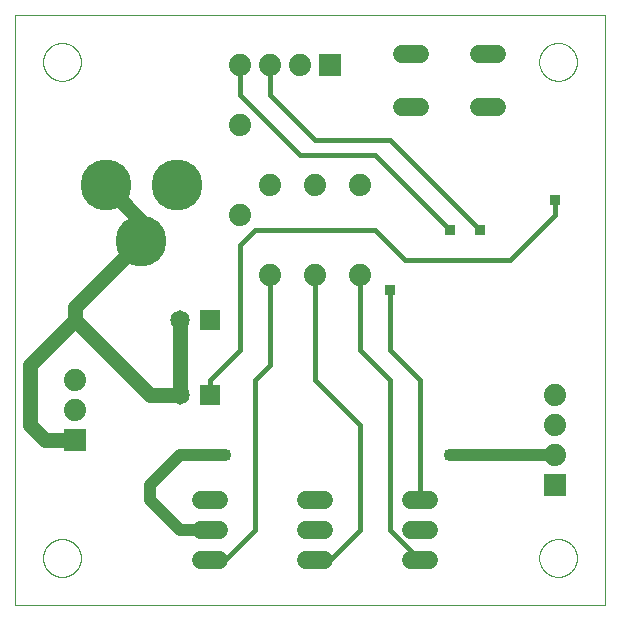
<source format=gbl>
G75*
%MOIN*%
%OFA0B0*%
%FSLAX25Y25*%
%IPPOS*%
%LPD*%
%AMOC8*
5,1,8,0,0,1.08239X$1,22.5*
%
%ADD10C,0.00000*%
%ADD11R,0.06500X0.06500*%
%ADD12C,0.06500*%
%ADD13C,0.17000*%
%ADD14R,0.07400X0.07400*%
%ADD15C,0.07400*%
%ADD16C,0.06000*%
%ADD17C,0.05000*%
%ADD18R,0.03562X0.03562*%
%ADD19C,0.01600*%
%ADD20C,0.04000*%
D10*
X0005000Y0001000D02*
X0005000Y0197850D01*
X0201850Y0197850D01*
X0201850Y0001000D01*
X0005000Y0001000D01*
X0014449Y0016748D02*
X0014451Y0016906D01*
X0014457Y0017064D01*
X0014467Y0017222D01*
X0014481Y0017380D01*
X0014499Y0017537D01*
X0014520Y0017694D01*
X0014546Y0017850D01*
X0014576Y0018006D01*
X0014609Y0018161D01*
X0014647Y0018314D01*
X0014688Y0018467D01*
X0014733Y0018619D01*
X0014782Y0018770D01*
X0014835Y0018919D01*
X0014891Y0019067D01*
X0014951Y0019213D01*
X0015015Y0019358D01*
X0015083Y0019501D01*
X0015154Y0019643D01*
X0015228Y0019783D01*
X0015306Y0019920D01*
X0015388Y0020056D01*
X0015472Y0020190D01*
X0015561Y0020321D01*
X0015652Y0020450D01*
X0015747Y0020577D01*
X0015844Y0020702D01*
X0015945Y0020824D01*
X0016049Y0020943D01*
X0016156Y0021060D01*
X0016266Y0021174D01*
X0016379Y0021285D01*
X0016494Y0021394D01*
X0016612Y0021499D01*
X0016733Y0021601D01*
X0016856Y0021701D01*
X0016982Y0021797D01*
X0017110Y0021890D01*
X0017240Y0021980D01*
X0017373Y0022066D01*
X0017508Y0022150D01*
X0017644Y0022229D01*
X0017783Y0022306D01*
X0017924Y0022378D01*
X0018066Y0022448D01*
X0018210Y0022513D01*
X0018356Y0022575D01*
X0018503Y0022633D01*
X0018652Y0022688D01*
X0018802Y0022739D01*
X0018953Y0022786D01*
X0019105Y0022829D01*
X0019258Y0022868D01*
X0019413Y0022904D01*
X0019568Y0022935D01*
X0019724Y0022963D01*
X0019880Y0022987D01*
X0020037Y0023007D01*
X0020195Y0023023D01*
X0020352Y0023035D01*
X0020511Y0023043D01*
X0020669Y0023047D01*
X0020827Y0023047D01*
X0020985Y0023043D01*
X0021144Y0023035D01*
X0021301Y0023023D01*
X0021459Y0023007D01*
X0021616Y0022987D01*
X0021772Y0022963D01*
X0021928Y0022935D01*
X0022083Y0022904D01*
X0022238Y0022868D01*
X0022391Y0022829D01*
X0022543Y0022786D01*
X0022694Y0022739D01*
X0022844Y0022688D01*
X0022993Y0022633D01*
X0023140Y0022575D01*
X0023286Y0022513D01*
X0023430Y0022448D01*
X0023572Y0022378D01*
X0023713Y0022306D01*
X0023852Y0022229D01*
X0023988Y0022150D01*
X0024123Y0022066D01*
X0024256Y0021980D01*
X0024386Y0021890D01*
X0024514Y0021797D01*
X0024640Y0021701D01*
X0024763Y0021601D01*
X0024884Y0021499D01*
X0025002Y0021394D01*
X0025117Y0021285D01*
X0025230Y0021174D01*
X0025340Y0021060D01*
X0025447Y0020943D01*
X0025551Y0020824D01*
X0025652Y0020702D01*
X0025749Y0020577D01*
X0025844Y0020450D01*
X0025935Y0020321D01*
X0026024Y0020190D01*
X0026108Y0020056D01*
X0026190Y0019920D01*
X0026268Y0019783D01*
X0026342Y0019643D01*
X0026413Y0019501D01*
X0026481Y0019358D01*
X0026545Y0019213D01*
X0026605Y0019067D01*
X0026661Y0018919D01*
X0026714Y0018770D01*
X0026763Y0018619D01*
X0026808Y0018467D01*
X0026849Y0018314D01*
X0026887Y0018161D01*
X0026920Y0018006D01*
X0026950Y0017850D01*
X0026976Y0017694D01*
X0026997Y0017537D01*
X0027015Y0017380D01*
X0027029Y0017222D01*
X0027039Y0017064D01*
X0027045Y0016906D01*
X0027047Y0016748D01*
X0027045Y0016590D01*
X0027039Y0016432D01*
X0027029Y0016274D01*
X0027015Y0016116D01*
X0026997Y0015959D01*
X0026976Y0015802D01*
X0026950Y0015646D01*
X0026920Y0015490D01*
X0026887Y0015335D01*
X0026849Y0015182D01*
X0026808Y0015029D01*
X0026763Y0014877D01*
X0026714Y0014726D01*
X0026661Y0014577D01*
X0026605Y0014429D01*
X0026545Y0014283D01*
X0026481Y0014138D01*
X0026413Y0013995D01*
X0026342Y0013853D01*
X0026268Y0013713D01*
X0026190Y0013576D01*
X0026108Y0013440D01*
X0026024Y0013306D01*
X0025935Y0013175D01*
X0025844Y0013046D01*
X0025749Y0012919D01*
X0025652Y0012794D01*
X0025551Y0012672D01*
X0025447Y0012553D01*
X0025340Y0012436D01*
X0025230Y0012322D01*
X0025117Y0012211D01*
X0025002Y0012102D01*
X0024884Y0011997D01*
X0024763Y0011895D01*
X0024640Y0011795D01*
X0024514Y0011699D01*
X0024386Y0011606D01*
X0024256Y0011516D01*
X0024123Y0011430D01*
X0023988Y0011346D01*
X0023852Y0011267D01*
X0023713Y0011190D01*
X0023572Y0011118D01*
X0023430Y0011048D01*
X0023286Y0010983D01*
X0023140Y0010921D01*
X0022993Y0010863D01*
X0022844Y0010808D01*
X0022694Y0010757D01*
X0022543Y0010710D01*
X0022391Y0010667D01*
X0022238Y0010628D01*
X0022083Y0010592D01*
X0021928Y0010561D01*
X0021772Y0010533D01*
X0021616Y0010509D01*
X0021459Y0010489D01*
X0021301Y0010473D01*
X0021144Y0010461D01*
X0020985Y0010453D01*
X0020827Y0010449D01*
X0020669Y0010449D01*
X0020511Y0010453D01*
X0020352Y0010461D01*
X0020195Y0010473D01*
X0020037Y0010489D01*
X0019880Y0010509D01*
X0019724Y0010533D01*
X0019568Y0010561D01*
X0019413Y0010592D01*
X0019258Y0010628D01*
X0019105Y0010667D01*
X0018953Y0010710D01*
X0018802Y0010757D01*
X0018652Y0010808D01*
X0018503Y0010863D01*
X0018356Y0010921D01*
X0018210Y0010983D01*
X0018066Y0011048D01*
X0017924Y0011118D01*
X0017783Y0011190D01*
X0017644Y0011267D01*
X0017508Y0011346D01*
X0017373Y0011430D01*
X0017240Y0011516D01*
X0017110Y0011606D01*
X0016982Y0011699D01*
X0016856Y0011795D01*
X0016733Y0011895D01*
X0016612Y0011997D01*
X0016494Y0012102D01*
X0016379Y0012211D01*
X0016266Y0012322D01*
X0016156Y0012436D01*
X0016049Y0012553D01*
X0015945Y0012672D01*
X0015844Y0012794D01*
X0015747Y0012919D01*
X0015652Y0013046D01*
X0015561Y0013175D01*
X0015472Y0013306D01*
X0015388Y0013440D01*
X0015306Y0013576D01*
X0015228Y0013713D01*
X0015154Y0013853D01*
X0015083Y0013995D01*
X0015015Y0014138D01*
X0014951Y0014283D01*
X0014891Y0014429D01*
X0014835Y0014577D01*
X0014782Y0014726D01*
X0014733Y0014877D01*
X0014688Y0015029D01*
X0014647Y0015182D01*
X0014609Y0015335D01*
X0014576Y0015490D01*
X0014546Y0015646D01*
X0014520Y0015802D01*
X0014499Y0015959D01*
X0014481Y0016116D01*
X0014467Y0016274D01*
X0014457Y0016432D01*
X0014451Y0016590D01*
X0014449Y0016748D01*
X0179803Y0016748D02*
X0179805Y0016906D01*
X0179811Y0017064D01*
X0179821Y0017222D01*
X0179835Y0017380D01*
X0179853Y0017537D01*
X0179874Y0017694D01*
X0179900Y0017850D01*
X0179930Y0018006D01*
X0179963Y0018161D01*
X0180001Y0018314D01*
X0180042Y0018467D01*
X0180087Y0018619D01*
X0180136Y0018770D01*
X0180189Y0018919D01*
X0180245Y0019067D01*
X0180305Y0019213D01*
X0180369Y0019358D01*
X0180437Y0019501D01*
X0180508Y0019643D01*
X0180582Y0019783D01*
X0180660Y0019920D01*
X0180742Y0020056D01*
X0180826Y0020190D01*
X0180915Y0020321D01*
X0181006Y0020450D01*
X0181101Y0020577D01*
X0181198Y0020702D01*
X0181299Y0020824D01*
X0181403Y0020943D01*
X0181510Y0021060D01*
X0181620Y0021174D01*
X0181733Y0021285D01*
X0181848Y0021394D01*
X0181966Y0021499D01*
X0182087Y0021601D01*
X0182210Y0021701D01*
X0182336Y0021797D01*
X0182464Y0021890D01*
X0182594Y0021980D01*
X0182727Y0022066D01*
X0182862Y0022150D01*
X0182998Y0022229D01*
X0183137Y0022306D01*
X0183278Y0022378D01*
X0183420Y0022448D01*
X0183564Y0022513D01*
X0183710Y0022575D01*
X0183857Y0022633D01*
X0184006Y0022688D01*
X0184156Y0022739D01*
X0184307Y0022786D01*
X0184459Y0022829D01*
X0184612Y0022868D01*
X0184767Y0022904D01*
X0184922Y0022935D01*
X0185078Y0022963D01*
X0185234Y0022987D01*
X0185391Y0023007D01*
X0185549Y0023023D01*
X0185706Y0023035D01*
X0185865Y0023043D01*
X0186023Y0023047D01*
X0186181Y0023047D01*
X0186339Y0023043D01*
X0186498Y0023035D01*
X0186655Y0023023D01*
X0186813Y0023007D01*
X0186970Y0022987D01*
X0187126Y0022963D01*
X0187282Y0022935D01*
X0187437Y0022904D01*
X0187592Y0022868D01*
X0187745Y0022829D01*
X0187897Y0022786D01*
X0188048Y0022739D01*
X0188198Y0022688D01*
X0188347Y0022633D01*
X0188494Y0022575D01*
X0188640Y0022513D01*
X0188784Y0022448D01*
X0188926Y0022378D01*
X0189067Y0022306D01*
X0189206Y0022229D01*
X0189342Y0022150D01*
X0189477Y0022066D01*
X0189610Y0021980D01*
X0189740Y0021890D01*
X0189868Y0021797D01*
X0189994Y0021701D01*
X0190117Y0021601D01*
X0190238Y0021499D01*
X0190356Y0021394D01*
X0190471Y0021285D01*
X0190584Y0021174D01*
X0190694Y0021060D01*
X0190801Y0020943D01*
X0190905Y0020824D01*
X0191006Y0020702D01*
X0191103Y0020577D01*
X0191198Y0020450D01*
X0191289Y0020321D01*
X0191378Y0020190D01*
X0191462Y0020056D01*
X0191544Y0019920D01*
X0191622Y0019783D01*
X0191696Y0019643D01*
X0191767Y0019501D01*
X0191835Y0019358D01*
X0191899Y0019213D01*
X0191959Y0019067D01*
X0192015Y0018919D01*
X0192068Y0018770D01*
X0192117Y0018619D01*
X0192162Y0018467D01*
X0192203Y0018314D01*
X0192241Y0018161D01*
X0192274Y0018006D01*
X0192304Y0017850D01*
X0192330Y0017694D01*
X0192351Y0017537D01*
X0192369Y0017380D01*
X0192383Y0017222D01*
X0192393Y0017064D01*
X0192399Y0016906D01*
X0192401Y0016748D01*
X0192399Y0016590D01*
X0192393Y0016432D01*
X0192383Y0016274D01*
X0192369Y0016116D01*
X0192351Y0015959D01*
X0192330Y0015802D01*
X0192304Y0015646D01*
X0192274Y0015490D01*
X0192241Y0015335D01*
X0192203Y0015182D01*
X0192162Y0015029D01*
X0192117Y0014877D01*
X0192068Y0014726D01*
X0192015Y0014577D01*
X0191959Y0014429D01*
X0191899Y0014283D01*
X0191835Y0014138D01*
X0191767Y0013995D01*
X0191696Y0013853D01*
X0191622Y0013713D01*
X0191544Y0013576D01*
X0191462Y0013440D01*
X0191378Y0013306D01*
X0191289Y0013175D01*
X0191198Y0013046D01*
X0191103Y0012919D01*
X0191006Y0012794D01*
X0190905Y0012672D01*
X0190801Y0012553D01*
X0190694Y0012436D01*
X0190584Y0012322D01*
X0190471Y0012211D01*
X0190356Y0012102D01*
X0190238Y0011997D01*
X0190117Y0011895D01*
X0189994Y0011795D01*
X0189868Y0011699D01*
X0189740Y0011606D01*
X0189610Y0011516D01*
X0189477Y0011430D01*
X0189342Y0011346D01*
X0189206Y0011267D01*
X0189067Y0011190D01*
X0188926Y0011118D01*
X0188784Y0011048D01*
X0188640Y0010983D01*
X0188494Y0010921D01*
X0188347Y0010863D01*
X0188198Y0010808D01*
X0188048Y0010757D01*
X0187897Y0010710D01*
X0187745Y0010667D01*
X0187592Y0010628D01*
X0187437Y0010592D01*
X0187282Y0010561D01*
X0187126Y0010533D01*
X0186970Y0010509D01*
X0186813Y0010489D01*
X0186655Y0010473D01*
X0186498Y0010461D01*
X0186339Y0010453D01*
X0186181Y0010449D01*
X0186023Y0010449D01*
X0185865Y0010453D01*
X0185706Y0010461D01*
X0185549Y0010473D01*
X0185391Y0010489D01*
X0185234Y0010509D01*
X0185078Y0010533D01*
X0184922Y0010561D01*
X0184767Y0010592D01*
X0184612Y0010628D01*
X0184459Y0010667D01*
X0184307Y0010710D01*
X0184156Y0010757D01*
X0184006Y0010808D01*
X0183857Y0010863D01*
X0183710Y0010921D01*
X0183564Y0010983D01*
X0183420Y0011048D01*
X0183278Y0011118D01*
X0183137Y0011190D01*
X0182998Y0011267D01*
X0182862Y0011346D01*
X0182727Y0011430D01*
X0182594Y0011516D01*
X0182464Y0011606D01*
X0182336Y0011699D01*
X0182210Y0011795D01*
X0182087Y0011895D01*
X0181966Y0011997D01*
X0181848Y0012102D01*
X0181733Y0012211D01*
X0181620Y0012322D01*
X0181510Y0012436D01*
X0181403Y0012553D01*
X0181299Y0012672D01*
X0181198Y0012794D01*
X0181101Y0012919D01*
X0181006Y0013046D01*
X0180915Y0013175D01*
X0180826Y0013306D01*
X0180742Y0013440D01*
X0180660Y0013576D01*
X0180582Y0013713D01*
X0180508Y0013853D01*
X0180437Y0013995D01*
X0180369Y0014138D01*
X0180305Y0014283D01*
X0180245Y0014429D01*
X0180189Y0014577D01*
X0180136Y0014726D01*
X0180087Y0014877D01*
X0180042Y0015029D01*
X0180001Y0015182D01*
X0179963Y0015335D01*
X0179930Y0015490D01*
X0179900Y0015646D01*
X0179874Y0015802D01*
X0179853Y0015959D01*
X0179835Y0016116D01*
X0179821Y0016274D01*
X0179811Y0016432D01*
X0179805Y0016590D01*
X0179803Y0016748D01*
X0179803Y0182102D02*
X0179805Y0182260D01*
X0179811Y0182418D01*
X0179821Y0182576D01*
X0179835Y0182734D01*
X0179853Y0182891D01*
X0179874Y0183048D01*
X0179900Y0183204D01*
X0179930Y0183360D01*
X0179963Y0183515D01*
X0180001Y0183668D01*
X0180042Y0183821D01*
X0180087Y0183973D01*
X0180136Y0184124D01*
X0180189Y0184273D01*
X0180245Y0184421D01*
X0180305Y0184567D01*
X0180369Y0184712D01*
X0180437Y0184855D01*
X0180508Y0184997D01*
X0180582Y0185137D01*
X0180660Y0185274D01*
X0180742Y0185410D01*
X0180826Y0185544D01*
X0180915Y0185675D01*
X0181006Y0185804D01*
X0181101Y0185931D01*
X0181198Y0186056D01*
X0181299Y0186178D01*
X0181403Y0186297D01*
X0181510Y0186414D01*
X0181620Y0186528D01*
X0181733Y0186639D01*
X0181848Y0186748D01*
X0181966Y0186853D01*
X0182087Y0186955D01*
X0182210Y0187055D01*
X0182336Y0187151D01*
X0182464Y0187244D01*
X0182594Y0187334D01*
X0182727Y0187420D01*
X0182862Y0187504D01*
X0182998Y0187583D01*
X0183137Y0187660D01*
X0183278Y0187732D01*
X0183420Y0187802D01*
X0183564Y0187867D01*
X0183710Y0187929D01*
X0183857Y0187987D01*
X0184006Y0188042D01*
X0184156Y0188093D01*
X0184307Y0188140D01*
X0184459Y0188183D01*
X0184612Y0188222D01*
X0184767Y0188258D01*
X0184922Y0188289D01*
X0185078Y0188317D01*
X0185234Y0188341D01*
X0185391Y0188361D01*
X0185549Y0188377D01*
X0185706Y0188389D01*
X0185865Y0188397D01*
X0186023Y0188401D01*
X0186181Y0188401D01*
X0186339Y0188397D01*
X0186498Y0188389D01*
X0186655Y0188377D01*
X0186813Y0188361D01*
X0186970Y0188341D01*
X0187126Y0188317D01*
X0187282Y0188289D01*
X0187437Y0188258D01*
X0187592Y0188222D01*
X0187745Y0188183D01*
X0187897Y0188140D01*
X0188048Y0188093D01*
X0188198Y0188042D01*
X0188347Y0187987D01*
X0188494Y0187929D01*
X0188640Y0187867D01*
X0188784Y0187802D01*
X0188926Y0187732D01*
X0189067Y0187660D01*
X0189206Y0187583D01*
X0189342Y0187504D01*
X0189477Y0187420D01*
X0189610Y0187334D01*
X0189740Y0187244D01*
X0189868Y0187151D01*
X0189994Y0187055D01*
X0190117Y0186955D01*
X0190238Y0186853D01*
X0190356Y0186748D01*
X0190471Y0186639D01*
X0190584Y0186528D01*
X0190694Y0186414D01*
X0190801Y0186297D01*
X0190905Y0186178D01*
X0191006Y0186056D01*
X0191103Y0185931D01*
X0191198Y0185804D01*
X0191289Y0185675D01*
X0191378Y0185544D01*
X0191462Y0185410D01*
X0191544Y0185274D01*
X0191622Y0185137D01*
X0191696Y0184997D01*
X0191767Y0184855D01*
X0191835Y0184712D01*
X0191899Y0184567D01*
X0191959Y0184421D01*
X0192015Y0184273D01*
X0192068Y0184124D01*
X0192117Y0183973D01*
X0192162Y0183821D01*
X0192203Y0183668D01*
X0192241Y0183515D01*
X0192274Y0183360D01*
X0192304Y0183204D01*
X0192330Y0183048D01*
X0192351Y0182891D01*
X0192369Y0182734D01*
X0192383Y0182576D01*
X0192393Y0182418D01*
X0192399Y0182260D01*
X0192401Y0182102D01*
X0192399Y0181944D01*
X0192393Y0181786D01*
X0192383Y0181628D01*
X0192369Y0181470D01*
X0192351Y0181313D01*
X0192330Y0181156D01*
X0192304Y0181000D01*
X0192274Y0180844D01*
X0192241Y0180689D01*
X0192203Y0180536D01*
X0192162Y0180383D01*
X0192117Y0180231D01*
X0192068Y0180080D01*
X0192015Y0179931D01*
X0191959Y0179783D01*
X0191899Y0179637D01*
X0191835Y0179492D01*
X0191767Y0179349D01*
X0191696Y0179207D01*
X0191622Y0179067D01*
X0191544Y0178930D01*
X0191462Y0178794D01*
X0191378Y0178660D01*
X0191289Y0178529D01*
X0191198Y0178400D01*
X0191103Y0178273D01*
X0191006Y0178148D01*
X0190905Y0178026D01*
X0190801Y0177907D01*
X0190694Y0177790D01*
X0190584Y0177676D01*
X0190471Y0177565D01*
X0190356Y0177456D01*
X0190238Y0177351D01*
X0190117Y0177249D01*
X0189994Y0177149D01*
X0189868Y0177053D01*
X0189740Y0176960D01*
X0189610Y0176870D01*
X0189477Y0176784D01*
X0189342Y0176700D01*
X0189206Y0176621D01*
X0189067Y0176544D01*
X0188926Y0176472D01*
X0188784Y0176402D01*
X0188640Y0176337D01*
X0188494Y0176275D01*
X0188347Y0176217D01*
X0188198Y0176162D01*
X0188048Y0176111D01*
X0187897Y0176064D01*
X0187745Y0176021D01*
X0187592Y0175982D01*
X0187437Y0175946D01*
X0187282Y0175915D01*
X0187126Y0175887D01*
X0186970Y0175863D01*
X0186813Y0175843D01*
X0186655Y0175827D01*
X0186498Y0175815D01*
X0186339Y0175807D01*
X0186181Y0175803D01*
X0186023Y0175803D01*
X0185865Y0175807D01*
X0185706Y0175815D01*
X0185549Y0175827D01*
X0185391Y0175843D01*
X0185234Y0175863D01*
X0185078Y0175887D01*
X0184922Y0175915D01*
X0184767Y0175946D01*
X0184612Y0175982D01*
X0184459Y0176021D01*
X0184307Y0176064D01*
X0184156Y0176111D01*
X0184006Y0176162D01*
X0183857Y0176217D01*
X0183710Y0176275D01*
X0183564Y0176337D01*
X0183420Y0176402D01*
X0183278Y0176472D01*
X0183137Y0176544D01*
X0182998Y0176621D01*
X0182862Y0176700D01*
X0182727Y0176784D01*
X0182594Y0176870D01*
X0182464Y0176960D01*
X0182336Y0177053D01*
X0182210Y0177149D01*
X0182087Y0177249D01*
X0181966Y0177351D01*
X0181848Y0177456D01*
X0181733Y0177565D01*
X0181620Y0177676D01*
X0181510Y0177790D01*
X0181403Y0177907D01*
X0181299Y0178026D01*
X0181198Y0178148D01*
X0181101Y0178273D01*
X0181006Y0178400D01*
X0180915Y0178529D01*
X0180826Y0178660D01*
X0180742Y0178794D01*
X0180660Y0178930D01*
X0180582Y0179067D01*
X0180508Y0179207D01*
X0180437Y0179349D01*
X0180369Y0179492D01*
X0180305Y0179637D01*
X0180245Y0179783D01*
X0180189Y0179931D01*
X0180136Y0180080D01*
X0180087Y0180231D01*
X0180042Y0180383D01*
X0180001Y0180536D01*
X0179963Y0180689D01*
X0179930Y0180844D01*
X0179900Y0181000D01*
X0179874Y0181156D01*
X0179853Y0181313D01*
X0179835Y0181470D01*
X0179821Y0181628D01*
X0179811Y0181786D01*
X0179805Y0181944D01*
X0179803Y0182102D01*
X0014449Y0182102D02*
X0014451Y0182260D01*
X0014457Y0182418D01*
X0014467Y0182576D01*
X0014481Y0182734D01*
X0014499Y0182891D01*
X0014520Y0183048D01*
X0014546Y0183204D01*
X0014576Y0183360D01*
X0014609Y0183515D01*
X0014647Y0183668D01*
X0014688Y0183821D01*
X0014733Y0183973D01*
X0014782Y0184124D01*
X0014835Y0184273D01*
X0014891Y0184421D01*
X0014951Y0184567D01*
X0015015Y0184712D01*
X0015083Y0184855D01*
X0015154Y0184997D01*
X0015228Y0185137D01*
X0015306Y0185274D01*
X0015388Y0185410D01*
X0015472Y0185544D01*
X0015561Y0185675D01*
X0015652Y0185804D01*
X0015747Y0185931D01*
X0015844Y0186056D01*
X0015945Y0186178D01*
X0016049Y0186297D01*
X0016156Y0186414D01*
X0016266Y0186528D01*
X0016379Y0186639D01*
X0016494Y0186748D01*
X0016612Y0186853D01*
X0016733Y0186955D01*
X0016856Y0187055D01*
X0016982Y0187151D01*
X0017110Y0187244D01*
X0017240Y0187334D01*
X0017373Y0187420D01*
X0017508Y0187504D01*
X0017644Y0187583D01*
X0017783Y0187660D01*
X0017924Y0187732D01*
X0018066Y0187802D01*
X0018210Y0187867D01*
X0018356Y0187929D01*
X0018503Y0187987D01*
X0018652Y0188042D01*
X0018802Y0188093D01*
X0018953Y0188140D01*
X0019105Y0188183D01*
X0019258Y0188222D01*
X0019413Y0188258D01*
X0019568Y0188289D01*
X0019724Y0188317D01*
X0019880Y0188341D01*
X0020037Y0188361D01*
X0020195Y0188377D01*
X0020352Y0188389D01*
X0020511Y0188397D01*
X0020669Y0188401D01*
X0020827Y0188401D01*
X0020985Y0188397D01*
X0021144Y0188389D01*
X0021301Y0188377D01*
X0021459Y0188361D01*
X0021616Y0188341D01*
X0021772Y0188317D01*
X0021928Y0188289D01*
X0022083Y0188258D01*
X0022238Y0188222D01*
X0022391Y0188183D01*
X0022543Y0188140D01*
X0022694Y0188093D01*
X0022844Y0188042D01*
X0022993Y0187987D01*
X0023140Y0187929D01*
X0023286Y0187867D01*
X0023430Y0187802D01*
X0023572Y0187732D01*
X0023713Y0187660D01*
X0023852Y0187583D01*
X0023988Y0187504D01*
X0024123Y0187420D01*
X0024256Y0187334D01*
X0024386Y0187244D01*
X0024514Y0187151D01*
X0024640Y0187055D01*
X0024763Y0186955D01*
X0024884Y0186853D01*
X0025002Y0186748D01*
X0025117Y0186639D01*
X0025230Y0186528D01*
X0025340Y0186414D01*
X0025447Y0186297D01*
X0025551Y0186178D01*
X0025652Y0186056D01*
X0025749Y0185931D01*
X0025844Y0185804D01*
X0025935Y0185675D01*
X0026024Y0185544D01*
X0026108Y0185410D01*
X0026190Y0185274D01*
X0026268Y0185137D01*
X0026342Y0184997D01*
X0026413Y0184855D01*
X0026481Y0184712D01*
X0026545Y0184567D01*
X0026605Y0184421D01*
X0026661Y0184273D01*
X0026714Y0184124D01*
X0026763Y0183973D01*
X0026808Y0183821D01*
X0026849Y0183668D01*
X0026887Y0183515D01*
X0026920Y0183360D01*
X0026950Y0183204D01*
X0026976Y0183048D01*
X0026997Y0182891D01*
X0027015Y0182734D01*
X0027029Y0182576D01*
X0027039Y0182418D01*
X0027045Y0182260D01*
X0027047Y0182102D01*
X0027045Y0181944D01*
X0027039Y0181786D01*
X0027029Y0181628D01*
X0027015Y0181470D01*
X0026997Y0181313D01*
X0026976Y0181156D01*
X0026950Y0181000D01*
X0026920Y0180844D01*
X0026887Y0180689D01*
X0026849Y0180536D01*
X0026808Y0180383D01*
X0026763Y0180231D01*
X0026714Y0180080D01*
X0026661Y0179931D01*
X0026605Y0179783D01*
X0026545Y0179637D01*
X0026481Y0179492D01*
X0026413Y0179349D01*
X0026342Y0179207D01*
X0026268Y0179067D01*
X0026190Y0178930D01*
X0026108Y0178794D01*
X0026024Y0178660D01*
X0025935Y0178529D01*
X0025844Y0178400D01*
X0025749Y0178273D01*
X0025652Y0178148D01*
X0025551Y0178026D01*
X0025447Y0177907D01*
X0025340Y0177790D01*
X0025230Y0177676D01*
X0025117Y0177565D01*
X0025002Y0177456D01*
X0024884Y0177351D01*
X0024763Y0177249D01*
X0024640Y0177149D01*
X0024514Y0177053D01*
X0024386Y0176960D01*
X0024256Y0176870D01*
X0024123Y0176784D01*
X0023988Y0176700D01*
X0023852Y0176621D01*
X0023713Y0176544D01*
X0023572Y0176472D01*
X0023430Y0176402D01*
X0023286Y0176337D01*
X0023140Y0176275D01*
X0022993Y0176217D01*
X0022844Y0176162D01*
X0022694Y0176111D01*
X0022543Y0176064D01*
X0022391Y0176021D01*
X0022238Y0175982D01*
X0022083Y0175946D01*
X0021928Y0175915D01*
X0021772Y0175887D01*
X0021616Y0175863D01*
X0021459Y0175843D01*
X0021301Y0175827D01*
X0021144Y0175815D01*
X0020985Y0175807D01*
X0020827Y0175803D01*
X0020669Y0175803D01*
X0020511Y0175807D01*
X0020352Y0175815D01*
X0020195Y0175827D01*
X0020037Y0175843D01*
X0019880Y0175863D01*
X0019724Y0175887D01*
X0019568Y0175915D01*
X0019413Y0175946D01*
X0019258Y0175982D01*
X0019105Y0176021D01*
X0018953Y0176064D01*
X0018802Y0176111D01*
X0018652Y0176162D01*
X0018503Y0176217D01*
X0018356Y0176275D01*
X0018210Y0176337D01*
X0018066Y0176402D01*
X0017924Y0176472D01*
X0017783Y0176544D01*
X0017644Y0176621D01*
X0017508Y0176700D01*
X0017373Y0176784D01*
X0017240Y0176870D01*
X0017110Y0176960D01*
X0016982Y0177053D01*
X0016856Y0177149D01*
X0016733Y0177249D01*
X0016612Y0177351D01*
X0016494Y0177456D01*
X0016379Y0177565D01*
X0016266Y0177676D01*
X0016156Y0177790D01*
X0016049Y0177907D01*
X0015945Y0178026D01*
X0015844Y0178148D01*
X0015747Y0178273D01*
X0015652Y0178400D01*
X0015561Y0178529D01*
X0015472Y0178660D01*
X0015388Y0178794D01*
X0015306Y0178930D01*
X0015228Y0179067D01*
X0015154Y0179207D01*
X0015083Y0179349D01*
X0015015Y0179492D01*
X0014951Y0179637D01*
X0014891Y0179783D01*
X0014835Y0179931D01*
X0014782Y0180080D01*
X0014733Y0180231D01*
X0014688Y0180383D01*
X0014647Y0180536D01*
X0014609Y0180689D01*
X0014576Y0180844D01*
X0014546Y0181000D01*
X0014520Y0181156D01*
X0014499Y0181313D01*
X0014481Y0181470D01*
X0014467Y0181628D01*
X0014457Y0181786D01*
X0014451Y0181944D01*
X0014449Y0182102D01*
D11*
X0070000Y0096000D03*
X0070000Y0071000D03*
D12*
X0060000Y0071000D03*
X0060000Y0096000D03*
D13*
X0047126Y0122496D03*
X0058937Y0141000D03*
X0035315Y0141000D03*
D14*
X0110000Y0181000D03*
X0025000Y0056000D03*
X0185000Y0041000D03*
D15*
X0185000Y0051000D03*
X0185000Y0061000D03*
X0185000Y0071000D03*
X0120000Y0111000D03*
X0105000Y0111000D03*
X0090000Y0111000D03*
X0080000Y0131000D03*
X0090000Y0141000D03*
X0105000Y0141000D03*
X0120000Y0141000D03*
X0080000Y0161000D03*
X0080000Y0181000D03*
X0090000Y0181000D03*
X0100000Y0181000D03*
X0025000Y0076000D03*
X0025000Y0066000D03*
D16*
X0067000Y0036000D02*
X0073000Y0036000D01*
X0073000Y0026000D02*
X0067000Y0026000D01*
X0067000Y0016000D02*
X0073000Y0016000D01*
X0102000Y0016000D02*
X0108000Y0016000D01*
X0108000Y0026000D02*
X0102000Y0026000D01*
X0102000Y0036000D02*
X0108000Y0036000D01*
X0137000Y0036000D02*
X0143000Y0036000D01*
X0143000Y0026000D02*
X0137000Y0026000D01*
X0137000Y0016000D02*
X0143000Y0016000D01*
X0140200Y0167100D02*
X0134200Y0167100D01*
X0134200Y0184900D02*
X0140200Y0184900D01*
X0159800Y0184900D02*
X0165800Y0184900D01*
X0165800Y0167100D02*
X0159800Y0167100D01*
D17*
X0060000Y0096000D02*
X0060000Y0071000D01*
X0050000Y0071000D01*
X0025000Y0096000D01*
X0025000Y0100370D01*
X0047126Y0122496D01*
X0047126Y0129189D01*
X0035315Y0141000D01*
X0025000Y0096000D02*
X0010000Y0081000D01*
X0010000Y0061000D01*
X0015000Y0056000D01*
X0025000Y0056000D01*
D18*
X0075000Y0051000D03*
X0130000Y0106000D03*
X0150000Y0126000D03*
X0160000Y0126000D03*
X0185000Y0136000D03*
X0150000Y0051000D03*
D19*
X0140000Y0036000D02*
X0140000Y0076000D01*
X0130000Y0086000D01*
X0130000Y0106000D01*
X0135000Y0116000D02*
X0170000Y0116000D01*
X0185000Y0131000D01*
X0185000Y0136000D01*
X0160000Y0126000D02*
X0130000Y0156000D01*
X0105000Y0156000D01*
X0090000Y0171000D01*
X0090000Y0181000D01*
X0080000Y0181000D02*
X0080000Y0171000D01*
X0100000Y0151000D01*
X0125000Y0151000D01*
X0150000Y0126000D01*
X0135000Y0116000D02*
X0125000Y0126000D01*
X0085000Y0126000D01*
X0080000Y0121000D01*
X0080000Y0086000D01*
X0070000Y0076000D01*
X0070000Y0071000D01*
X0085000Y0076000D02*
X0090000Y0081000D01*
X0090000Y0111000D01*
X0105000Y0111000D02*
X0105000Y0076000D01*
X0120000Y0061000D01*
X0120000Y0026000D01*
X0110000Y0016000D01*
X0105000Y0016000D01*
X0085000Y0026000D02*
X0085000Y0076000D01*
X0120000Y0086000D02*
X0120000Y0111000D01*
X0120000Y0086000D02*
X0130000Y0076000D01*
X0130000Y0026000D01*
X0140000Y0016000D01*
X0085000Y0026000D02*
X0075000Y0016000D01*
X0070000Y0016000D01*
D20*
X0070000Y0026000D02*
X0060000Y0026000D01*
X0050000Y0036000D01*
X0050000Y0041000D01*
X0060000Y0051000D01*
X0075000Y0051000D01*
X0150000Y0051000D02*
X0185000Y0051000D01*
M02*

</source>
